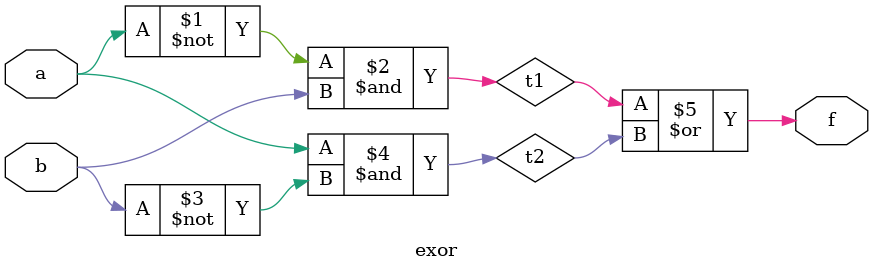
<source format=v>
module exor(f,a,b);
  input a,b;
  output f;
  wire t1,t2;
  and G1 (t1,~a,b);
  and G2 (t2,a,~b);
  or G3 (f,t1,t2);
endmodule

</source>
